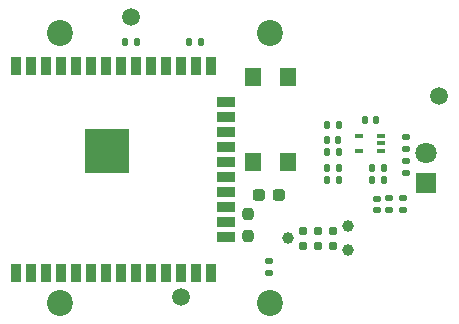
<source format=gbs>
%TF.GenerationSoftware,KiCad,Pcbnew,7.0.6*%
%TF.CreationDate,2024-04-07T09:56:08-04:00*%
%TF.ProjectId,Safe-To-Mate-O-Matic-v4,53616665-2d54-46f2-9d4d-6174652d4f2d,rev?*%
%TF.SameCoordinates,Original*%
%TF.FileFunction,Soldermask,Bot*%
%TF.FilePolarity,Negative*%
%FSLAX46Y46*%
G04 Gerber Fmt 4.6, Leading zero omitted, Abs format (unit mm)*
G04 Created by KiCad (PCBNEW 7.0.6) date 2024-04-07 09:56:08*
%MOMM*%
%LPD*%
G01*
G04 APERTURE LIST*
G04 Aperture macros list*
%AMRoundRect*
0 Rectangle with rounded corners*
0 $1 Rounding radius*
0 $2 $3 $4 $5 $6 $7 $8 $9 X,Y pos of 4 corners*
0 Add a 4 corners polygon primitive as box body*
4,1,4,$2,$3,$4,$5,$6,$7,$8,$9,$2,$3,0*
0 Add four circle primitives for the rounded corners*
1,1,$1+$1,$2,$3*
1,1,$1+$1,$4,$5*
1,1,$1+$1,$6,$7*
1,1,$1+$1,$8,$9*
0 Add four rect primitives between the rounded corners*
20,1,$1+$1,$2,$3,$4,$5,0*
20,1,$1+$1,$4,$5,$6,$7,0*
20,1,$1+$1,$6,$7,$8,$9,0*
20,1,$1+$1,$8,$9,$2,$3,0*%
G04 Aperture macros list end*
%ADD10C,2.200000*%
%ADD11R,1.800000X1.800000*%
%ADD12C,1.800000*%
%ADD13RoundRect,0.135000X0.135000X0.185000X-0.135000X0.185000X-0.135000X-0.185000X0.135000X-0.185000X0*%
%ADD14RoundRect,0.135000X-0.135000X-0.185000X0.135000X-0.185000X0.135000X0.185000X-0.135000X0.185000X0*%
%ADD15R,0.900000X1.500000*%
%ADD16R,1.500000X0.900000*%
%ADD17R,3.800000X3.800000*%
%ADD18RoundRect,0.140000X-0.140000X-0.170000X0.140000X-0.170000X0.140000X0.170000X-0.140000X0.170000X0*%
%ADD19RoundRect,0.135000X0.185000X-0.135000X0.185000X0.135000X-0.185000X0.135000X-0.185000X-0.135000X0*%
%ADD20C,0.990600*%
%ADD21C,0.787400*%
%ADD22RoundRect,0.140000X0.140000X0.170000X-0.140000X0.170000X-0.140000X-0.170000X0.140000X-0.170000X0*%
%ADD23C,1.500000*%
%ADD24RoundRect,0.140000X-0.170000X0.140000X-0.170000X-0.140000X0.170000X-0.140000X0.170000X0.140000X0*%
%ADD25RoundRect,0.237500X0.287500X0.237500X-0.287500X0.237500X-0.287500X-0.237500X0.287500X-0.237500X0*%
%ADD26RoundRect,0.237500X-0.237500X0.250000X-0.237500X-0.250000X0.237500X-0.250000X0.237500X0.250000X0*%
%ADD27RoundRect,0.135000X-0.185000X0.135000X-0.185000X-0.135000X0.185000X-0.135000X0.185000X0.135000X0*%
%ADD28R,1.400000X1.600000*%
%ADD29R,0.650000X0.400000*%
G04 APERTURE END LIST*
D10*
%TO.C,H4*%
X159512000Y-94755000D03*
%TD*%
D11*
%TO.C,D3*%
X172720000Y-84582000D03*
D12*
X172720000Y-82042000D03*
%TD*%
D10*
%TO.C,H3*%
X159512000Y-71895000D03*
%TD*%
%TO.C,H2*%
X141732000Y-71895000D03*
%TD*%
%TO.C,H1*%
X141732000Y-94755000D03*
%TD*%
D13*
%TO.C,R13*%
X165330600Y-83312000D03*
X164310600Y-83312000D03*
%TD*%
D14*
%TO.C,R2*%
X164310600Y-79629000D03*
X165330600Y-79629000D03*
%TD*%
D15*
%TO.C,U1*%
X138023600Y-74650600D03*
X139293600Y-74650600D03*
X140563600Y-74650600D03*
X141833600Y-74650600D03*
X143103600Y-74650600D03*
X144373600Y-74650600D03*
X145643600Y-74650600D03*
X146913600Y-74650600D03*
X148183600Y-74650600D03*
X149453600Y-74650600D03*
X150723600Y-74650600D03*
X151993600Y-74650600D03*
X153263600Y-74650600D03*
X154533600Y-74650600D03*
D16*
X155783600Y-77690600D03*
X155783600Y-78960600D03*
X155783600Y-80230600D03*
X155783600Y-81500600D03*
X155783600Y-82770600D03*
X155783600Y-84040600D03*
X155783600Y-85310600D03*
X155783600Y-86580600D03*
X155783600Y-87850600D03*
X155783600Y-89120600D03*
D15*
X154533600Y-92150600D03*
X153263600Y-92150600D03*
X151993600Y-92150600D03*
X150723600Y-92150600D03*
X149453600Y-92150600D03*
X148183600Y-92150600D03*
X146913600Y-92150600D03*
X145643600Y-92150600D03*
X144373600Y-92150600D03*
X143103600Y-92150600D03*
X141833600Y-92150600D03*
X140563600Y-92150600D03*
X139293600Y-92150600D03*
X138023600Y-92150600D03*
D17*
X145743600Y-81900600D03*
%TD*%
D18*
%TO.C,C4*%
X152682000Y-72593200D03*
X153642000Y-72593200D03*
%TD*%
D13*
%TO.C,R12*%
X169191400Y-83286600D03*
X168171400Y-83286600D03*
%TD*%
D19*
%TO.C,R4*%
X170764200Y-86895400D03*
X170764200Y-85875400D03*
%TD*%
D20*
%TO.C,J2*%
X161036000Y-89255600D03*
X166116000Y-88239600D03*
X166116000Y-90271600D03*
D21*
X162306000Y-88620600D03*
X162306000Y-89890600D03*
X163576000Y-88620600D03*
X163576000Y-89890600D03*
X164846000Y-88620600D03*
X164846000Y-89890600D03*
%TD*%
D22*
%TO.C,C1*%
X165300600Y-80899000D03*
X164340600Y-80899000D03*
%TD*%
D19*
%TO.C,R9*%
X171018200Y-81713800D03*
X171018200Y-80693800D03*
%TD*%
%TO.C,R8*%
X171018200Y-83695000D03*
X171018200Y-82675000D03*
%TD*%
D23*
%TO.C,TP2*%
X147751800Y-70485000D03*
%TD*%
D24*
%TO.C,C6*%
X168554400Y-85905400D03*
X168554400Y-86865400D03*
%TD*%
D23*
%TO.C,TP5*%
X173812200Y-77241400D03*
%TD*%
D25*
%TO.C,D2*%
X160285400Y-85623400D03*
X158535400Y-85623400D03*
%TD*%
D13*
%TO.C,R5*%
X165330600Y-81940400D03*
X164310600Y-81940400D03*
%TD*%
D22*
%TO.C,C5*%
X148206400Y-72618600D03*
X147246400Y-72618600D03*
%TD*%
D23*
%TO.C,TP3*%
X151993600Y-94234000D03*
%TD*%
D26*
%TO.C,R6*%
X157632400Y-87200100D03*
X157632400Y-89025100D03*
%TD*%
D14*
%TO.C,R10*%
X168171400Y-84353400D03*
X169191400Y-84353400D03*
%TD*%
D18*
%TO.C,C2*%
X167541000Y-79273400D03*
X168501000Y-79273400D03*
%TD*%
D14*
%TO.C,R11*%
X164310600Y-84353400D03*
X165330600Y-84353400D03*
%TD*%
D27*
%TO.C,R7*%
X169595800Y-85875400D03*
X169595800Y-86895400D03*
%TD*%
%TO.C,R16*%
X159385000Y-91184000D03*
X159385000Y-92204000D03*
%TD*%
D28*
%TO.C,SW1*%
X161037400Y-82822600D03*
X161037400Y-75622600D03*
X158037400Y-82822600D03*
X158037400Y-75622600D03*
%TD*%
D29*
%TO.C,U2*%
X168945600Y-80553800D03*
X168945600Y-81203800D03*
X168945600Y-81853800D03*
X167045600Y-81853800D03*
X167045600Y-80553800D03*
%TD*%
M02*

</source>
